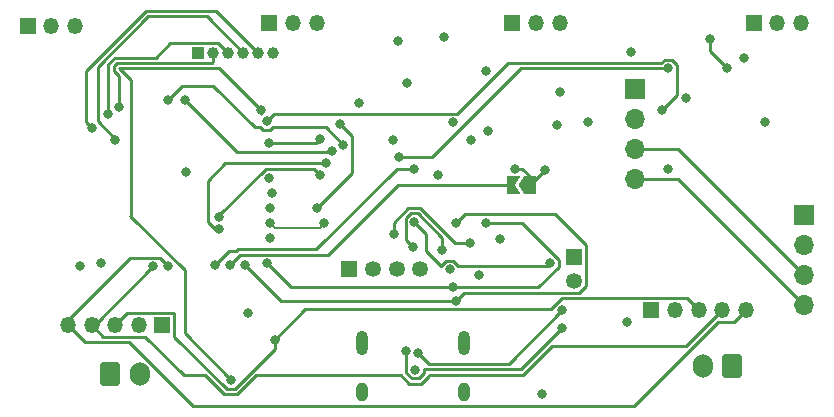
<source format=gbr>
%TF.GenerationSoftware,KiCad,Pcbnew,9.0.1*%
%TF.CreationDate,2025-05-18T13:56:21-05:00*%
%TF.ProjectId,LASK5-V3-0,4c41534b-352d-4563-932d-302e6b696361,rev?*%
%TF.SameCoordinates,Original*%
%TF.FileFunction,Copper,L4,Bot*%
%TF.FilePolarity,Positive*%
%FSLAX46Y46*%
G04 Gerber Fmt 4.6, Leading zero omitted, Abs format (unit mm)*
G04 Created by KiCad (PCBNEW 9.0.1) date 2025-05-18 13:56:21*
%MOMM*%
%LPD*%
G01*
G04 APERTURE LIST*
G04 Aperture macros list*
%AMRoundRect*
0 Rectangle with rounded corners*
0 $1 Rounding radius*
0 $2 $3 $4 $5 $6 $7 $8 $9 X,Y pos of 4 corners*
0 Add a 4 corners polygon primitive as box body*
4,1,4,$2,$3,$4,$5,$6,$7,$8,$9,$2,$3,0*
0 Add four circle primitives for the rounded corners*
1,1,$1+$1,$2,$3*
1,1,$1+$1,$4,$5*
1,1,$1+$1,$6,$7*
1,1,$1+$1,$8,$9*
0 Add four rect primitives between the rounded corners*
20,1,$1+$1,$2,$3,$4,$5,0*
20,1,$1+$1,$4,$5,$6,$7,0*
20,1,$1+$1,$6,$7,$8,$9,0*
20,1,$1+$1,$8,$9,$2,$3,0*%
%AMFreePoly0*
4,1,6,1.000000,0.000000,0.500000,-0.750000,-0.500000,-0.750000,-0.500000,0.750000,0.500000,0.750000,1.000000,0.000000,1.000000,0.000000,$1*%
%AMFreePoly1*
4,1,6,0.500000,-0.750000,-0.650000,-0.750000,-0.150000,0.000000,-0.650000,0.750000,0.500000,0.750000,0.500000,-0.750000,0.500000,-0.750000,$1*%
G04 Aperture macros list end*
%TA.AperFunction,ComponentPad*%
%ADD10R,1.000000X1.000000*%
%TD*%
%TA.AperFunction,ComponentPad*%
%ADD11C,1.000000*%
%TD*%
%TA.AperFunction,ComponentPad*%
%ADD12R,1.700000X1.700000*%
%TD*%
%TA.AperFunction,ComponentPad*%
%ADD13O,1.700000X1.700000*%
%TD*%
%TA.AperFunction,ComponentPad*%
%ADD14R,1.350000X1.350000*%
%TD*%
%TA.AperFunction,ComponentPad*%
%ADD15O,1.350000X1.350000*%
%TD*%
%TA.AperFunction,ComponentPad*%
%ADD16RoundRect,0.250000X0.600000X0.750000X-0.600000X0.750000X-0.600000X-0.750000X0.600000X-0.750000X0*%
%TD*%
%TA.AperFunction,ComponentPad*%
%ADD17O,1.700000X2.000000*%
%TD*%
%TA.AperFunction,ComponentPad*%
%ADD18RoundRect,0.250000X-0.600000X-0.750000X0.600000X-0.750000X0.600000X0.750000X-0.600000X0.750000X0*%
%TD*%
%TA.AperFunction,ComponentPad*%
%ADD19C,1.350000*%
%TD*%
%TA.AperFunction,ComponentPad*%
%ADD20O,1.000000X2.100000*%
%TD*%
%TA.AperFunction,ComponentPad*%
%ADD21O,1.000000X1.600000*%
%TD*%
%TA.AperFunction,SMDPad,CuDef*%
%ADD22FreePoly0,180.000000*%
%TD*%
%TA.AperFunction,SMDPad,CuDef*%
%ADD23FreePoly1,180.000000*%
%TD*%
%TA.AperFunction,ViaPad*%
%ADD24C,0.800000*%
%TD*%
%TA.AperFunction,Conductor*%
%ADD25C,0.250000*%
%TD*%
%TA.AperFunction,Conductor*%
%ADD26C,0.200000*%
%TD*%
G04 APERTURE END LIST*
D10*
%TO.P,J6,1,Pin_1*%
%TO.N,+3V3*%
X133690000Y-70700000D03*
D11*
%TO.P,J6,2,Pin_2*%
%TO.N,SPI_MISO*%
X134960000Y-70700000D03*
%TO.P,J6,3,Pin_3*%
%TO.N,SPI_SCK*%
X136230000Y-70700000D03*
%TO.P,J6,4,Pin_4*%
%TO.N,SPI_MOSI*%
X137500000Y-70700000D03*
%TO.P,J6,5,Pin_5*%
%TO.N,CS*%
X138770000Y-70700000D03*
%TO.P,J6,6,Pin_6*%
%TO.N,GND*%
X140040000Y-70700000D03*
%TD*%
D12*
%TO.P,J1,1,Pin_1*%
%TO.N,GND*%
X170688000Y-73787000D03*
D13*
%TO.P,J1,2,Pin_2*%
%TO.N,+3V3*%
X170688000Y-76327000D03*
%TO.P,J1,3,Pin_3*%
%TO.N,SCL*%
X170688000Y-78867000D03*
%TO.P,J1,4,Pin_4*%
%TO.N,SDA*%
X170688000Y-81407000D03*
%TD*%
D14*
%TO.P,H2,1,VCC*%
%TO.N,+3V3*%
X139732000Y-68167600D03*
D15*
%TO.P,H2,2,GND*%
%TO.N,GND*%
X141732000Y-68167600D03*
%TO.P,H2,3,VOUT*%
%TO.N,hall_1*%
X143732000Y-68167600D03*
%TD*%
D14*
%TO.P,Joystick1,1,Pin_1*%
%TO.N,GND*%
X172085000Y-92456000D03*
D15*
%TO.P,Joystick1,2,Pin_2*%
%TO.N,+3V3*%
X174085000Y-92456000D03*
%TO.P,Joystick1,3,Pin_3*%
%TO.N,JX*%
X176085000Y-92456000D03*
%TO.P,Joystick1,4,Pin_4*%
%TO.N,JY*%
X178085000Y-92456000D03*
%TO.P,Joystick1,5,Pin_5*%
%TO.N,JSW*%
X180085000Y-92456000D03*
%TD*%
D14*
%TO.P,H4,1,VCC*%
%TO.N,+3V3*%
X180753000Y-68167600D03*
D15*
%TO.P,H4,2,GND*%
%TO.N,GND*%
X182753000Y-68167600D03*
%TO.P,H4,3,VOUT*%
%TO.N,hall_3*%
X184753000Y-68167600D03*
%TD*%
D16*
%TO.P,BattExtLTC4054,1*%
%TO.N,VBAT*%
X178923000Y-97201000D03*
D17*
%TO.P,BattExtLTC4054,2*%
%TO.N,GND*%
X176423000Y-97201000D03*
%TD*%
D18*
%TO.P,J2,1*%
%TO.N,VBAT*%
X126278000Y-97917000D03*
D17*
%TO.P,J2,2*%
%TO.N,GND*%
X128778000Y-97917000D03*
%TD*%
D14*
%TO.P,J3,1,Pin_1*%
%TO.N,GND*%
X146500000Y-89000000D03*
D19*
%TO.P,J3,2,Pin_2*%
%TO.N,+3V3*%
X148500000Y-89000000D03*
%TO.P,J3,3,Pin_3*%
%TO.N,GP15*%
X150500000Y-89000000D03*
%TO.P,J3,4,Pin_4*%
%TO.N,GP16*%
X152500000Y-89000000D03*
%TD*%
D14*
%TO.P,Joystick2,1,Pin_1*%
%TO.N,GND*%
X130683000Y-93726000D03*
D15*
%TO.P,Joystick2,2,Pin_2*%
%TO.N,+3V3*%
X128683000Y-93726000D03*
%TO.P,Joystick2,3,Pin_3*%
%TO.N,JX*%
X126683000Y-93726000D03*
%TO.P,Joystick2,4,Pin_4*%
%TO.N,JY*%
X124683000Y-93726000D03*
%TO.P,Joystick2,5,Pin_5*%
%TO.N,JSW*%
X122683000Y-93726000D03*
%TD*%
D20*
%TO.P,J4,S1,SHIELD*%
%TO.N,GND*%
X147570000Y-95250000D03*
D21*
X147570000Y-99430000D03*
D20*
X156210000Y-95250000D03*
D21*
X156210000Y-99430000D03*
%TD*%
D14*
%TO.P,J5,1,Pin_1*%
%TO.N,Batt+*%
X165500000Y-88000000D03*
D19*
%TO.P,J5,2,Pin_2*%
%TO.N,MotorGND*%
X165500000Y-90000000D03*
%TD*%
D14*
%TO.P,H1,1,VCC*%
%TO.N,+3V3*%
X119285000Y-68398600D03*
D15*
%TO.P,H1,2,GND*%
%TO.N,GND*%
X121285000Y-68398600D03*
%TO.P,H1,3,VOUT*%
%TO.N,hall_0*%
X123285000Y-68398600D03*
%TD*%
D14*
%TO.P,H3,1,VCC*%
%TO.N,+3V3*%
X160306000Y-68167600D03*
D15*
%TO.P,H3,2,GND*%
%TO.N,GND*%
X162306000Y-68167600D03*
%TO.P,H3,3,VOUT*%
%TO.N,hall_2*%
X164306000Y-68167600D03*
%TD*%
D12*
%TO.P,J9,1,Pin_1*%
%TO.N,+3V3*%
X185039000Y-84455000D03*
D13*
%TO.P,J9,2,Pin_2*%
%TO.N,GND*%
X185039000Y-86995000D03*
%TO.P,J9,3,Pin_3*%
%TO.N,SCL*%
X185039000Y-89535000D03*
%TO.P,J9,4,Pin_4*%
%TO.N,SDA*%
X185039000Y-92075000D03*
%TD*%
D22*
%TO.P,JP1,1,A*%
%TO.N,Net-(JP1-A)*%
X161798000Y-81915000D03*
D23*
%TO.P,JP1,2,B*%
%TO.N,ADC_BAT*%
X160348000Y-81915000D03*
%TD*%
D24*
%TO.N,CS*%
X124687347Y-77012653D03*
%TO.N,SPI_MOSI*%
X126700000Y-78100000D03*
%TO.N,SPI_SCK*%
X126100000Y-75900000D03*
%TO.N,SPI_MISO*%
X127000000Y-75300000D03*
%TO.N,GND*%
X170000000Y-93500000D03*
X166751000Y-76581000D03*
X157500000Y-89500000D03*
X175006000Y-74549000D03*
X147320000Y-74930000D03*
X181737000Y-76581000D03*
X155000000Y-89000000D03*
X162814000Y-99568000D03*
X132715000Y-80772000D03*
X173500000Y-80500000D03*
X150241000Y-78105000D03*
X150622000Y-69723000D03*
X154000000Y-81000000D03*
X158242000Y-77343000D03*
X123698000Y-88773000D03*
%TO.N,+3V3*%
X155321000Y-76581000D03*
X151384000Y-73279000D03*
X137922000Y-92710000D03*
X125500000Y-88500000D03*
%TO.N,SCL*%
X139500000Y-88500000D03*
X158100000Y-85100000D03*
X155321000Y-90551000D03*
X139827000Y-86360000D03*
%TO.N,SDA*%
X137668000Y-88646000D03*
X155565714Y-91687500D03*
X155568905Y-85068905D03*
%TO.N,JX*%
X140208000Y-94996000D03*
%TO.N,JY*%
X129921000Y-88773000D03*
%TO.N,JSW*%
X131191000Y-88773000D03*
%TO.N,GP15*%
X144000000Y-81000000D03*
X135509000Y-84582000D03*
%TO.N,GP16*%
X135509000Y-85598000D03*
X144500000Y-80000000D03*
%TO.N,VBAT*%
X179959000Y-71120000D03*
X156845000Y-78105000D03*
%TO.N,VBUS*%
X152069800Y-97536000D03*
X159258000Y-86487000D03*
X170388000Y-70612000D03*
X154559000Y-69342000D03*
X164084000Y-76835000D03*
X158115000Y-72263000D03*
X164338000Y-74041000D03*
%TO.N,Net-(JP1-A)*%
X160528000Y-80518000D03*
X163068000Y-80645000D03*
%TO.N,LDO_EN*%
X178500000Y-72000000D03*
X177000000Y-69500000D03*
%TO.N,ADC_BAT*%
X136398000Y-88646000D03*
%TO.N,100*%
X139065000Y-75565000D03*
X136525000Y-98425000D03*
%TO.N,Net-(U3-EN)*%
X150749000Y-79502000D03*
X173500000Y-72000000D03*
%TO.N,Net-(Q1-G)*%
X152000000Y-85000000D03*
X163500000Y-88500000D03*
%TO.N,PWR_OFF*%
X139500000Y-76500000D03*
X173000000Y-75500000D03*
%TO.N,GP34*%
X156750000Y-86750000D03*
X131191000Y-74676000D03*
X146000000Y-78500000D03*
X150250000Y-86000000D03*
%TO.N,GP33*%
X132588000Y-74676000D03*
X151875000Y-87125000D03*
X154375000Y-87375000D03*
X145000000Y-79000000D03*
%TO.N,Net-(J4-CC1)*%
X164500000Y-94000000D03*
X151297684Y-95939732D03*
%TO.N,Net-(J4-CC2)*%
X152349200Y-96088200D03*
X164500000Y-92500000D03*
%TO.N,MOT_SIG*%
X135128000Y-88646000D03*
X152000000Y-80500000D03*
%TO.N,MENU*%
X144000000Y-78000000D03*
X145750000Y-76750000D03*
X143764000Y-83820000D03*
X139700000Y-78359000D03*
%TO.N,SELECT*%
X144399000Y-85090000D03*
X139827000Y-85090000D03*
%TO.N,SPI_SCK*%
X139954000Y-82550000D03*
%TO.N,SPI_MOSI*%
X139700000Y-81280000D03*
%TO.N,SPI_MISO*%
X139827000Y-83820000D03*
%TD*%
D25*
%TO.N,SPI_MOSI*%
X125200000Y-76500000D02*
X125200000Y-71848621D01*
X134412000Y-67612000D02*
X137500000Y-70700000D01*
X126700000Y-78000000D02*
X125200000Y-76500000D01*
X125200000Y-71848621D02*
X129436621Y-67612000D01*
X126700000Y-78100000D02*
X126700000Y-78000000D01*
X129436621Y-67612000D02*
X134412000Y-67612000D01*
%TO.N,CS*%
X124200000Y-72210811D02*
X129249811Y-67161000D01*
X124200000Y-76525306D02*
X124200000Y-72210811D01*
X124687347Y-77012653D02*
X124200000Y-76525306D01*
X129249811Y-67161000D02*
X135231000Y-67161000D01*
X135231000Y-67161000D02*
X138770000Y-70700000D01*
%TO.N,SPI_SCK*%
X126098000Y-72373620D02*
X126100000Y-72375620D01*
X126100000Y-72375620D02*
X126100000Y-75900000D01*
X126626380Y-71098000D02*
X126098000Y-71626380D01*
X130125379Y-71098000D02*
X126626380Y-71098000D01*
X131349379Y-69874000D02*
X130125379Y-71098000D01*
X135404000Y-69874000D02*
X131349379Y-69874000D01*
X136230000Y-70700000D02*
X135404000Y-69874000D01*
X126098000Y-71626380D02*
X126098000Y-72373620D01*
%TO.N,SPI_MISO*%
X127000000Y-72637810D02*
X127000000Y-75300000D01*
X126549000Y-72186810D02*
X127000000Y-72637810D01*
X126549000Y-71813190D02*
X126549000Y-72186810D01*
X134960000Y-71440000D02*
X134851000Y-71549000D01*
X134851000Y-71549000D02*
X126813190Y-71549000D01*
X126813190Y-71549000D02*
X126549000Y-71813190D01*
X134960000Y-70700000D02*
X134960000Y-71440000D01*
%TO.N,100*%
X135500000Y-72000000D02*
X139065000Y-75565000D01*
X127000000Y-72000000D02*
X135500000Y-72000000D01*
X128000000Y-84500000D02*
X128000000Y-73000000D01*
X127944720Y-84500000D02*
X128000000Y-84500000D01*
X132550000Y-89105280D02*
X127944720Y-84500000D01*
X132550000Y-94450000D02*
X132550000Y-89105280D01*
X128000000Y-73000000D02*
X127000000Y-72000000D01*
X136525000Y-98425000D02*
X132550000Y-94450000D01*
%TO.N,SCL*%
X141551000Y-90551000D02*
X155321000Y-90551000D01*
X164226000Y-88800720D02*
X162475720Y-90551000D01*
X158100000Y-85100000D02*
X161126720Y-85100000D01*
X139500000Y-88500000D02*
X141551000Y-90551000D01*
X174371000Y-78867000D02*
X170688000Y-78867000D01*
X162475720Y-90551000D02*
X155321000Y-90551000D01*
X185039000Y-89535000D02*
X174371000Y-78867000D01*
X161126720Y-85100000D02*
X164226000Y-88199280D01*
X164226000Y-88199280D02*
X164226000Y-88800720D01*
%TO.N,SDA*%
X185039000Y-92075000D02*
X174371000Y-81407000D01*
X140709500Y-91687500D02*
X137668000Y-88646000D01*
X155565714Y-91687500D02*
X140709500Y-91687500D01*
X156251214Y-91002000D02*
X165913628Y-91002000D01*
X166501000Y-86999000D02*
X163876000Y-84374000D01*
X156263810Y-84374000D02*
X155568905Y-85068905D01*
X174371000Y-81407000D02*
X170688000Y-81407000D01*
X163876000Y-84374000D02*
X156263810Y-84374000D01*
X155565714Y-91687500D02*
X156251214Y-91002000D01*
X165913628Y-91002000D02*
X166501000Y-90414628D01*
X166501000Y-90414628D02*
X166501000Y-86999000D01*
%TO.N,JX*%
X140208000Y-94996000D02*
X140208000Y-95768720D01*
X136108000Y-99151000D02*
X131684000Y-94727000D01*
X131684000Y-94727000D02*
X131684000Y-92725000D01*
X127684000Y-92725000D02*
X126683000Y-93726000D01*
X164518280Y-91455000D02*
X175084000Y-91455000D01*
X140208000Y-95768720D02*
X136825720Y-99151000D01*
X131684000Y-92725000D02*
X127684000Y-92725000D01*
X163559780Y-92413500D02*
X164518280Y-91455000D01*
X142790500Y-92413500D02*
X163559780Y-92413500D01*
X140208000Y-94996000D02*
X142790500Y-92413500D01*
X175084000Y-91455000D02*
X176085000Y-92456000D01*
X136825720Y-99151000D02*
X136108000Y-99151000D01*
%TO.N,JY*%
X150869270Y-98000000D02*
X138614530Y-98000000D01*
X132500000Y-98000000D02*
X129227000Y-94727000D01*
X137012530Y-99602000D02*
X135921190Y-99602000D01*
X175041000Y-95500000D02*
X163637810Y-95500000D01*
X124683000Y-93726000D02*
X124968000Y-93726000D01*
X151582270Y-98713000D02*
X150869270Y-98000000D01*
X153246800Y-98023530D02*
X152557330Y-98713000D01*
X161186810Y-97951000D02*
X153246800Y-97951000D01*
X125684000Y-94727000D02*
X124683000Y-93726000D01*
X152557330Y-98713000D02*
X151582270Y-98713000D01*
X163637810Y-95500000D02*
X161186810Y-97951000D01*
X129227000Y-94727000D02*
X125684000Y-94727000D01*
X124968000Y-93726000D02*
X129921000Y-88773000D01*
X134319190Y-98000000D02*
X132500000Y-98000000D01*
X138614530Y-98000000D02*
X137012530Y-99602000D01*
X135921190Y-99602000D02*
X134319190Y-98000000D01*
X178085000Y-92456000D02*
X175041000Y-95500000D01*
X153246800Y-97951000D02*
X153246800Y-98023530D01*
%TO.N,JSW*%
X180085000Y-92456000D02*
X179084000Y-93457000D01*
X122683000Y-93726000D02*
X122683000Y-93317000D01*
X124135000Y-95178000D02*
X122683000Y-93726000D01*
X170622810Y-100556000D02*
X133230115Y-100556000D01*
X127953000Y-88047000D02*
X130465000Y-88047000D01*
X177721810Y-93457000D02*
X170622810Y-100556000D01*
X122683000Y-93317000D02*
X127953000Y-88047000D01*
X130465000Y-88047000D02*
X131191000Y-88773000D01*
X133230115Y-100556000D02*
X127852115Y-95178000D01*
X127852115Y-95178000D02*
X124135000Y-95178000D01*
X179084000Y-93457000D02*
X177721810Y-93457000D01*
%TO.N,GP15*%
X135509000Y-84444280D02*
X139453280Y-80500000D01*
X135509000Y-84582000D02*
X135509000Y-84444280D01*
X139453280Y-80500000D02*
X143500000Y-80500000D01*
X143500000Y-80500000D02*
X144000000Y-81000000D01*
%TO.N,GP16*%
X136000000Y-80000000D02*
X134500000Y-81500000D01*
X135098000Y-85598000D02*
X135509000Y-85598000D01*
X134500000Y-85000000D02*
X135098000Y-85598000D01*
X134500000Y-81500000D02*
X134500000Y-85000000D01*
X144500000Y-80000000D02*
X136000000Y-80000000D01*
%TO.N,Net-(JP1-A)*%
X161798000Y-81160000D02*
X161156000Y-80518000D01*
X163068000Y-80645000D02*
X161798000Y-81915000D01*
X161156000Y-80518000D02*
X160528000Y-80518000D01*
X161798000Y-81915000D02*
X161798000Y-81160000D01*
%TO.N,LDO_EN*%
X178500000Y-72000000D02*
X177000000Y-70500000D01*
X177000000Y-70500000D02*
X177000000Y-69500000D01*
%TO.N,ADC_BAT*%
X160348000Y-81915000D02*
X150585000Y-81915000D01*
X137270000Y-87774000D02*
X136398000Y-88646000D01*
X144726000Y-87774000D02*
X137270000Y-87774000D01*
X150585000Y-81915000D02*
X144726000Y-87774000D01*
%TO.N,100*%
X139065000Y-75908280D02*
X139065000Y-75565000D01*
%TO.N,Net-(U3-EN)*%
X173500000Y-72000000D02*
X161000000Y-72000000D01*
X161000000Y-72000000D02*
X153498000Y-79502000D01*
X153498000Y-79502000D02*
X150749000Y-79502000D01*
%TO.N,Net-(Q1-G)*%
X153000000Y-87500000D02*
X153000000Y-86000000D01*
X154274000Y-88750000D02*
X154250000Y-88750000D01*
X155300720Y-88274000D02*
X154699280Y-88274000D01*
X154274000Y-88699280D02*
X154274000Y-88750000D01*
X154250000Y-88750000D02*
X153000000Y-87500000D01*
X155726000Y-88699280D02*
X155300720Y-88274000D01*
X163500000Y-88500000D02*
X163250000Y-88750000D01*
X154699280Y-88274000D02*
X154274000Y-88699280D01*
X153000000Y-86000000D02*
X152000000Y-85000000D01*
X163250000Y-88750000D02*
X155726000Y-88750000D01*
X155726000Y-88750000D02*
X155726000Y-88699280D01*
%TO.N,PWR_OFF*%
X159927720Y-71549000D02*
X155621720Y-75855000D01*
X172924280Y-71549000D02*
X159927720Y-71549000D01*
X155621720Y-75855000D02*
X140145000Y-75855000D01*
X173000000Y-75500000D02*
X174226000Y-74274000D01*
X140145000Y-75855000D02*
X139500000Y-76500000D01*
X173800720Y-71274000D02*
X173199280Y-71274000D01*
X174226000Y-71699280D02*
X173800720Y-71274000D01*
X174226000Y-74274000D02*
X174226000Y-71699280D01*
X173199280Y-71274000D02*
X172924280Y-71549000D01*
%TO.N,GP34*%
X135000000Y-73500000D02*
X132367000Y-73500000D01*
X139199280Y-77226000D02*
X138973280Y-77000000D01*
X138500000Y-77000000D02*
X135000000Y-73500000D01*
X150250000Y-85085470D02*
X150250000Y-86000000D01*
X152487530Y-83823000D02*
X151512470Y-83823000D01*
X144500000Y-77000000D02*
X140026720Y-77000000D01*
X139800720Y-77226000D02*
X139199280Y-77226000D01*
X140026720Y-77000000D02*
X139800720Y-77226000D01*
X132367000Y-73500000D02*
X131191000Y-74676000D01*
X155414530Y-86750000D02*
X152487530Y-83823000D01*
X138973280Y-77000000D02*
X138500000Y-77000000D01*
X146000000Y-78500000D02*
X144500000Y-77000000D01*
X156750000Y-86750000D02*
X155414530Y-86750000D01*
X151512470Y-83823000D02*
X150250000Y-85085470D01*
%TO.N,GP33*%
X154375000Y-87375000D02*
X154375000Y-86348280D01*
X136997000Y-79085000D02*
X144915000Y-79085000D01*
X151274000Y-84699280D02*
X151274000Y-86524000D01*
X154375000Y-86348280D02*
X152300720Y-84274000D01*
X132588000Y-74676000D02*
X136997000Y-79085000D01*
X151699280Y-84274000D02*
X151274000Y-84699280D01*
X152300720Y-84274000D02*
X151699280Y-84274000D01*
X144915000Y-79085000D02*
X145000000Y-79000000D01*
X151274000Y-86524000D02*
X151875000Y-87125000D01*
X151875000Y-87125000D02*
X152000000Y-87250000D01*
%TO.N,Net-(J4-CC1)*%
X152370520Y-98262000D02*
X151769080Y-98262000D01*
X152795800Y-97836720D02*
X152370520Y-98262000D01*
X151343800Y-97744488D02*
X151297684Y-97790604D01*
X151343800Y-97836720D02*
X151343800Y-97744488D01*
X164500000Y-94000000D02*
X161000000Y-97500000D01*
X161000000Y-97500000D02*
X152795800Y-97500000D01*
X151297684Y-97790604D02*
X151297684Y-95939732D01*
X152795800Y-97500000D02*
X152795800Y-97836720D01*
X151769080Y-98262000D02*
X151343800Y-97836720D01*
%TO.N,Net-(J4-CC2)*%
X153261000Y-97000000D02*
X152349200Y-96088200D01*
X164500000Y-92500000D02*
X160000000Y-97000000D01*
X160000000Y-97000000D02*
X153261000Y-97000000D01*
%TO.N,MOT_SIG*%
X137083190Y-87323000D02*
X136906190Y-87500000D01*
X150500000Y-80500000D02*
X143677000Y-87323000D01*
X152000000Y-80500000D02*
X150500000Y-80500000D01*
X143677000Y-87323000D02*
X137083190Y-87323000D01*
X136274000Y-87500000D02*
X135128000Y-88646000D01*
X136906190Y-87500000D02*
X136274000Y-87500000D01*
%TO.N,MENU*%
X143641000Y-78359000D02*
X144000000Y-78000000D01*
X139700000Y-78359000D02*
X143641000Y-78359000D01*
X146726000Y-80858000D02*
X146726000Y-77726000D01*
X143764000Y-83820000D02*
X146726000Y-80858000D01*
X146726000Y-77726000D02*
X145750000Y-76750000D01*
D26*
%TO.N,SELECT*%
X144399000Y-85090000D02*
X143989000Y-85500000D01*
X143989000Y-85500000D02*
X140237000Y-85500000D01*
X140237000Y-85500000D02*
X139827000Y-85090000D01*
%TD*%
M02*

</source>
